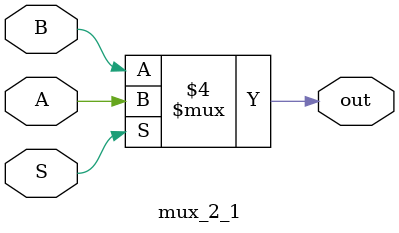
<source format=v>
module mux_2_1 (out, A, B, S);
    input A, B, S;
    output out;
    reg out;

    always @ ( A or B or S ) begin
        if (S == 1)
            out = A;
        else
            out = B;
    end
endmodule // mux_2_1

</source>
